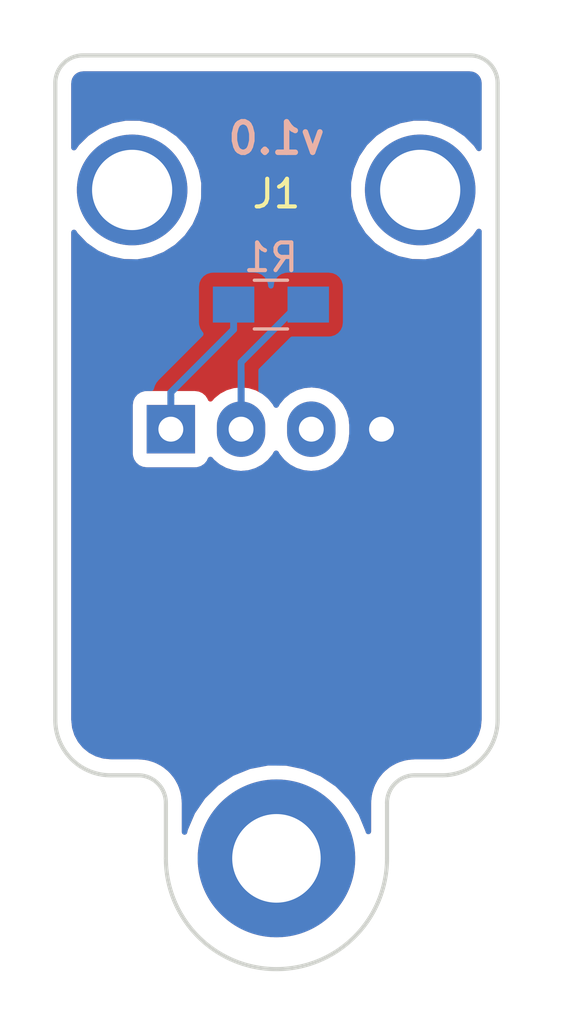
<source format=kicad_pcb>
(kicad_pcb (version 4) (host pcbnew 4.0.7)

  (general
    (links 2)
    (no_connects 0)
    (area 143.924999 107.924999 160.075001 141.075001)
    (thickness 1.6)
    (drawings 15)
    (tracks 10)
    (zones 0)
    (modules 5)
    (nets 5)
  )

  (page A4)
  (layers
    (0 F.Cu signal)
    (31 B.Cu signal)
    (32 B.Adhes user)
    (33 F.Adhes user)
    (34 B.Paste user)
    (35 F.Paste user)
    (36 B.SilkS user)
    (37 F.SilkS user)
    (38 B.Mask user)
    (39 F.Mask user)
    (40 Dwgs.User user)
    (41 Cmts.User user)
    (42 Eco1.User user)
    (43 Eco2.User user)
    (44 Edge.Cuts user)
    (45 Margin user)
    (46 B.CrtYd user)
    (47 F.CrtYd user)
    (48 B.Fab user)
    (49 F.Fab user)
  )

  (setup
    (last_trace_width 0.25)
    (trace_clearance 0.2)
    (zone_clearance 0.5)
    (zone_45_only no)
    (trace_min 0.2)
    (segment_width 0.2)
    (edge_width 0.15)
    (via_size 0.6)
    (via_drill 0.4)
    (via_min_size 0.4)
    (via_min_drill 0.3)
    (uvia_size 0.3)
    (uvia_drill 0.1)
    (uvias_allowed no)
    (uvia_min_size 0.2)
    (uvia_min_drill 0.1)
    (pcb_text_width 0.3)
    (pcb_text_size 1.5 1.5)
    (mod_edge_width 0.15)
    (mod_text_size 1 1)
    (mod_text_width 0.15)
    (pad_size 1.524 1.524)
    (pad_drill 0.762)
    (pad_to_mask_clearance 0.2)
    (aux_axis_origin 0 0)
    (visible_elements 7FFFFFFF)
    (pcbplotparams
      (layerselection 0x00030_80000001)
      (usegerberextensions false)
      (excludeedgelayer true)
      (linewidth 0.100000)
      (plotframeref false)
      (viasonmask false)
      (mode 1)
      (useauxorigin false)
      (hpglpennumber 1)
      (hpglpenspeed 20)
      (hpglpendiameter 15)
      (hpglpenoverlay 2)
      (psnegative false)
      (psa4output false)
      (plotreference true)
      (plotvalue true)
      (plotinvisibletext false)
      (padsonsilk false)
      (subtractmaskfromsilk false)
      (outputformat 1)
      (mirror false)
      (drillshape 1)
      (scaleselection 1)
      (outputdirectory ""))
  )

  (net 0 "")
  (net 1 "Net-(J1-Pad3)")
  (net 2 CAN+)
  (net 3 CAN-)
  (net 4 GND)

  (net_class Default "This is the default net class."
    (clearance 0.2)
    (trace_width 0.25)
    (via_dia 0.6)
    (via_drill 0.4)
    (uvia_dia 0.3)
    (uvia_drill 0.1)
    (add_net CAN+)
    (add_net CAN-)
    (add_net GND)
    (add_net "Net-(J1-Pad3)")
  )

  (module Resistors_SMD:R_0805_HandSoldering (layer B.Cu) (tedit 58E0A804) (tstamp 5C1155CA)
    (at 151.8 117 180)
    (descr "Resistor SMD 0805, hand soldering")
    (tags "resistor 0805")
    (path /5C1155D1)
    (attr smd)
    (fp_text reference R1 (at 0 1.7 180) (layer B.SilkS)
      (effects (font (size 1 1) (thickness 0.15)) (justify mirror))
    )
    (fp_text value 120 (at 0 -1.75 180) (layer B.Fab)
      (effects (font (size 1 1) (thickness 0.15)) (justify mirror))
    )
    (fp_text user %R (at 0 0 180) (layer B.Fab)
      (effects (font (size 0.5 0.5) (thickness 0.075)) (justify mirror))
    )
    (fp_line (start -1 -0.62) (end -1 0.62) (layer B.Fab) (width 0.1))
    (fp_line (start 1 -0.62) (end -1 -0.62) (layer B.Fab) (width 0.1))
    (fp_line (start 1 0.62) (end 1 -0.62) (layer B.Fab) (width 0.1))
    (fp_line (start -1 0.62) (end 1 0.62) (layer B.Fab) (width 0.1))
    (fp_line (start 0.6 -0.88) (end -0.6 -0.88) (layer B.SilkS) (width 0.12))
    (fp_line (start -0.6 0.88) (end 0.6 0.88) (layer B.SilkS) (width 0.12))
    (fp_line (start -2.35 0.9) (end 2.35 0.9) (layer B.CrtYd) (width 0.05))
    (fp_line (start -2.35 0.9) (end -2.35 -0.9) (layer B.CrtYd) (width 0.05))
    (fp_line (start 2.35 -0.9) (end 2.35 0.9) (layer B.CrtYd) (width 0.05))
    (fp_line (start 2.35 -0.9) (end -2.35 -0.9) (layer B.CrtYd) (width 0.05))
    (pad 1 smd rect (at -1.35 0 180) (size 1.5 1.3) (layers B.Cu B.Paste B.Mask)
      (net 2 CAN+))
    (pad 2 smd rect (at 1.35 0 180) (size 1.5 1.3) (layers B.Cu B.Paste B.Mask)
      (net 3 CAN-))
    (model ${KISYS3DMOD}/Resistors_SMD.3dshapes/R_0805.wrl
      (at (xyz 0 0 0))
      (scale (xyz 1 1 1))
      (rotate (xyz 0 0 0))
    )
  )

  (module BusTerminator:Logo_Wolley_Interconnect_SolderMask (layer F.Cu) (tedit 0) (tstamp 5C115B2E)
    (at 152 128)
    (fp_text reference G*** (at 0 0) (layer F.SilkS) hide
      (effects (font (thickness 0.3)))
    )
    (fp_text value LOGO (at 0.75 0) (layer F.SilkS) hide
      (effects (font (thickness 0.3)))
    )
    (fp_poly (pts (xy 0.807692 -2.702586) (xy 1.239109 -2.453424) (xy 1.242541 -2.085182) (xy 1.245973 -1.716939)
      (xy 1.5607 -1.898978) (xy 1.64034 -1.944834) (xy 1.709115 -1.983994) (xy 1.766892 -2.016382)
      (xy 1.813535 -2.041927) (xy 1.848909 -2.060554) (xy 1.872879 -2.07219) (xy 1.885311 -2.076762)
      (xy 1.886781 -2.076741) (xy 1.894475 -2.072674) (xy 1.913076 -2.06229) (xy 1.941611 -2.046146)
      (xy 1.979101 -2.0248) (xy 2.024572 -1.998811) (xy 2.077048 -1.968738) (xy 2.135553 -1.935138)
      (xy 2.199112 -1.898569) (xy 2.266749 -1.859591) (xy 2.322041 -1.827682) (xy 2.745946 -1.582901)
      (xy 2.745719 -1.081491) (xy 2.745493 -0.580081) (xy 2.429936 -0.398403) (xy 2.369884 -0.36376)
      (xy 2.313581 -0.331145) (xy 2.262122 -0.301202) (xy 2.216601 -0.274574) (xy 2.178113 -0.251906)
      (xy 2.147753 -0.233839) (xy 2.126615 -0.221017) (xy 2.115793 -0.214084) (xy 2.11458 -0.213052)
      (xy 2.120393 -0.209028) (xy 2.137021 -0.198821) (xy 2.163368 -0.183073) (xy 2.198337 -0.162427)
      (xy 2.240833 -0.137529) (xy 2.289758 -0.10902) (xy 2.344018 -0.077544) (xy 2.402514 -0.043745)
      (xy 2.430364 -0.027698) (xy 2.745946 0.153981) (xy 2.745749 0.655356) (xy 2.745551 1.15673)
      (xy 2.469438 1.315653) (xy 2.436224 1.334784) (xy 2.391832 1.360374) (xy 2.336971 1.392013)
      (xy 2.272353 1.429292) (xy 2.198686 1.471801) (xy 2.11668 1.51913) (xy 2.027045 1.57087)
      (xy 1.930492 1.62661) (xy 1.827729 1.685941) (xy 1.719466 1.748452) (xy 1.606414 1.813735)
      (xy 1.489283 1.881379) (xy 1.368781 1.950974) (xy 1.245619 2.022111) (xy 1.120507 2.09438)
      (xy 0.994155 2.167371) (xy 0.913701 2.21385) (xy 0.791156 2.284637) (xy 0.671733 2.353602)
      (xy 0.555977 2.420429) (xy 0.444436 2.484804) (xy 0.337655 2.546412) (xy 0.236182 2.604938)
      (xy 0.140563 2.660067) (xy 0.051345 2.711484) (xy -0.030927 2.758875) (xy -0.105705 2.801925)
      (xy -0.172443 2.840319) (xy -0.230595 2.873742) (xy -0.279613 2.901879) (xy -0.318952 2.924416)
      (xy -0.348064 2.941037) (xy -0.366404 2.951429) (xy -0.373425 2.955276) (xy -0.373461 2.955288)
      (xy -0.381649 2.952694) (xy -0.399434 2.944132) (xy -0.424664 2.930731) (xy -0.455185 2.913622)
      (xy -0.477108 2.900892) (xy -0.502894 2.885789) (xy -0.538902 2.864808) (xy -0.583453 2.838921)
      (xy -0.634869 2.809101) (xy -0.691474 2.776319) (xy -0.751589 2.741548) (xy -0.813537 2.70576)
      (xy -0.868405 2.6741) (xy -0.928048 2.639687) (xy -0.985264 2.606643) (xy -1.03871 2.575743)
      (xy -1.087046 2.547765) (xy -1.128932 2.523485) (xy -1.163027 2.50368) (xy -1.18799 2.489126)
      (xy -1.20248 2.4806) (xy -1.203008 2.480285) (xy -1.242421 2.4567) (xy -1.244197 2.090599)
      (xy -1.244531 2.021545) (xy -1.016 2.021545) (xy -1.016 2.320008) (xy -0.997709 2.33218)
      (xy -0.983777 2.340939) (xy -0.960474 2.355001) (xy -0.92932 2.373489) (xy -0.891832 2.395527)
      (xy -0.84953 2.420239) (xy -0.803933 2.446749) (xy -0.756559 2.47418) (xy -0.708928 2.501656)
      (xy -0.662557 2.528301) (xy -0.618966 2.55324) (xy -0.579675 2.575595) (xy -0.546201 2.59449)
      (xy -0.520063 2.60905) (xy -0.502781 2.618397) (xy -0.495914 2.621656) (xy -0.493773 2.619251)
      (xy -0.492034 2.61097) (xy -0.490674 2.595801) (xy -0.48967 2.572733) (xy -0.488998 2.540755)
      (xy -0.488635 2.498857) (xy -0.488573 2.456315) (xy -0.259792 2.456315) (xy -0.259749 2.505225)
      (xy -0.259448 2.543761) (xy -0.258858 2.573044) (xy -0.257948 2.594191) (xy -0.256688 2.608321)
      (xy -0.255049 2.616552) (xy -0.252998 2.620004) (xy -0.25117 2.620128) (xy -0.243522 2.616064)
      (xy -0.225115 2.605756) (xy -0.197066 2.589843) (xy -0.160497 2.568967) (xy -0.116524 2.543769)
      (xy -0.066268 2.514888) (xy -0.010847 2.482966) (xy 0.04862 2.448643) (xy 0.083564 2.428444)
      (xy 0.125239 2.404346) (xy 0.177935 2.373883) (xy 0.240783 2.337558) (xy 0.312913 2.295873)
      (xy 0.393459 2.249329) (xy 0.48155 2.198429) (xy 0.576318 2.143674) (xy 0.676894 2.085567)
      (xy 0.782409 2.024608) (xy 0.891995 1.961301) (xy 1.004783 1.896147) (xy 1.119904 1.829648)
      (xy 1.236489 1.762306) (xy 1.35367 1.694623) (xy 1.463933 1.630938) (xy 2.519406 1.02134)
      (xy 2.519406 0.723481) (xy 2.519327 0.648788) (xy 2.519071 0.586832) (xy 2.518609 0.536622)
      (xy 2.517912 0.497165) (xy 2.516953 0.467471) (xy 2.515702 0.446547) (xy 2.514131 0.433402)
      (xy 2.51221 0.427044) (xy 2.510825 0.426077) (xy 2.504171 0.429508) (xy 2.486161 0.439514)
      (xy 2.45732 0.455793) (xy 2.418176 0.478043) (xy 2.369255 0.505961) (xy 2.311082 0.539244)
      (xy 2.244184 0.57759) (xy 2.169087 0.620696) (xy 2.086319 0.66826) (xy 1.996404 0.719978)
      (xy 1.899869 0.77555) (xy 1.797241 0.834672) (xy 1.689045 0.897041) (xy 1.575809 0.962355)
      (xy 1.458058 1.030311) (xy 1.336319 1.100608) (xy 1.211117 1.172942) (xy 1.122406 1.224217)
      (xy -0.257432 2.021902) (xy -0.259221 2.322903) (xy -0.259605 2.395914) (xy -0.259792 2.456315)
      (xy -0.488573 2.456315) (xy -0.488558 2.446026) (xy -0.488744 2.381251) (xy -0.489049 2.323019)
      (xy -0.490837 2.023659) (xy -0.75079 1.87337) (xy -0.805189 1.841954) (xy -0.855844 1.812764)
      (xy -0.901537 1.786499) (xy -0.94105 1.763855) (xy -0.973164 1.745531) (xy -0.99666 1.732222)
      (xy -1.010322 1.724627) (xy -1.013371 1.723081) (xy -1.013922 1.729714) (xy -1.014433 1.748682)
      (xy -1.014893 1.778593) (xy -1.01529 1.818051) (xy -1.01561 1.865664) (xy -1.015842 1.920037)
      (xy -1.015974 1.979777) (xy -1.016 2.021545) (xy -1.244531 2.021545) (xy -1.245973 1.724497)
      (xy -1.554891 1.903541) (xy -1.614692 1.938057) (xy -1.671199 1.970397) (xy -1.72325 1.999913)
      (xy -1.769679 2.025959) (xy -1.809322 2.047885) (xy -1.841014 2.065046) (xy -1.86359 2.076793)
      (xy -1.875886 2.08248) (xy -1.87754 2.082918) (xy -1.885616 2.079611) (xy -1.904581 2.069943)
      (xy -1.933459 2.054459) (xy -1.971273 2.033706) (xy -2.017048 2.008229) (xy -2.069806 1.978574)
      (xy -2.128572 1.945287) (xy -2.192368 1.908913) (xy -2.260219 1.869999) (xy -2.318608 1.83634)
      (xy -2.745945 1.589429) (xy -2.74564 1.088188) (xy -2.745577 0.984553) (xy -2.518475 0.984553)
      (xy -2.518386 1.034508) (xy -2.518108 1.096044) (xy -2.517761 1.156866) (xy -2.515973 1.457149)
      (xy -2.25854 1.606659) (xy -2.204338 1.638085) (xy -2.153782 1.667295) (xy -2.108111 1.69358)
      (xy -2.068563 1.716234) (xy -2.036374 1.734548) (xy -2.012783 1.747815) (xy -1.999027 1.755327)
      (xy -1.995959 1.756787) (xy -1.99488 1.750288) (xy -1.993878 1.731449) (xy -1.992977 1.701662)
      (xy -1.9922 1.662318) (xy -1.991573 1.614806) (xy -1.991118 1.560519) (xy -1.990861 1.500847)
      (xy -1.99081 1.459252) (xy -1.99081 1.161097) (xy -1.999026 1.155341) (xy -1.76427 1.155341)
      (xy -1.76427 1.456615) (xy -1.764245 1.528793) (xy -1.76414 1.588404) (xy -1.763906 1.63661)
      (xy -1.763496 1.674574) (xy -1.762864 1.703457) (xy -1.761961 1.724423) (xy -1.76074 1.738633)
      (xy -1.759155 1.747251) (xy -1.757157 1.751438) (xy -1.754698 1.752356) (xy -1.752254 1.751458)
      (xy -1.743925 1.746743) (xy -1.725003 1.735879) (xy -1.696773 1.719609) (xy -1.660518 1.698674)
      (xy -1.617522 1.673816) (xy -1.569068 1.645775) (xy -1.51644 1.615295) (xy -1.482808 1.595804)
      (xy -1.451732 1.577803) (xy -1.409402 1.553304) (xy -1.358745 1.524) (xy -0.892119 1.524)
      (xy -0.886375 1.528514) (xy -0.87011 1.53884) (xy -0.844807 1.554136) (xy -0.81195 1.573559)
      (xy -0.773025 1.596265) (xy -0.729516 1.621409) (xy -0.682907 1.64815) (xy -0.634683 1.675643)
      (xy -0.586328 1.703044) (xy -0.539326 1.729511) (xy -0.495162 1.754199) (xy -0.455321 1.776266)
      (xy -0.421287 1.794867) (xy -0.394544 1.809159) (xy -0.376576 1.818299) (xy -0.368869 1.821442)
      (xy -0.368739 1.821409) (xy -0.362294 1.817662) (xy -0.344487 1.807353) (xy -0.315842 1.790784)
      (xy -0.276887 1.768261) (xy -0.228146 1.740085) (xy -0.170147 1.706563) (xy -0.103415 1.667997)
      (xy -0.028476 1.624691) (xy 0.054144 1.57695) (xy 0.143918 1.525077) (xy 0.240322 1.469377)
      (xy 0.342828 1.410153) (xy 0.450911 1.347709) (xy 0.564045 1.282349) (xy 0.681703 1.214378)
      (xy 0.803361 1.144098) (xy 0.928491 1.071815) (xy 1.014982 1.021853) (xy 1.142115 0.948398)
      (xy 1.266094 0.876731) (xy 1.386397 0.807156) (xy 1.502497 0.739978) (xy 1.613873 0.6755)
      (xy 1.720001 0.614027) (xy 1.820355 0.555863) (xy 1.914413 0.501311) (xy 2.001651 0.450677)
      (xy 2.081544 0.404264) (xy 2.153569 0.362376) (xy 2.217203 0.325317) (xy 2.271921 0.293393)
      (xy 2.317199 0.266906) (xy 2.352514 0.24616) (xy 2.377341 0.231461) (xy 2.391158 0.223112)
      (xy 2.393996 0.221216) (xy 2.388584 0.216851) (xy 2.372462 0.206397) (xy 2.346842 0.190582)
      (xy 2.312934 0.170131) (xy 2.271948 0.145771) (xy 2.225095 0.118229) (xy 2.173585 0.08823)
      (xy 2.140899 0.069326) (xy 2.078069 0.033165) (xy 2.025998 0.003414) (xy 1.983614 -0.020482)
      (xy 1.949845 -0.03908) (xy 1.923619 -0.052937) (xy 1.903865 -0.062609) (xy 1.889509 -0.068652)
      (xy 1.879481 -0.071623) (xy 1.872709 -0.072079) (xy 1.869832 -0.071403) (xy 1.862272 -0.06738)
      (xy 1.843547 -0.056888) (xy 1.814295 -0.040296) (xy 1.775153 -0.017973) (xy 1.726759 0.009714)
      (xy 1.669751 0.042396) (xy 1.604766 0.079704) (xy 1.532441 0.121271) (xy 1.453414 0.166729)
      (xy 1.368323 0.215708) (xy 1.277805 0.267841) (xy 1.182497 0.322759) (xy 1.083038 0.380095)
      (xy 0.980064 0.43948) (xy 0.874214 0.500545) (xy 0.766125 0.562923) (xy 0.656433 0.626245)
      (xy 0.545778 0.690143) (xy 0.434796 0.754249) (xy 0.324125 0.818194) (xy 0.214402 0.88161)
      (xy 0.106266 0.944129) (xy 0.000353 1.005382) (xy -0.102699 1.065002) (xy -0.202253 1.12262)
      (xy -0.29767 1.177868) (xy -0.388313 1.230377) (xy -0.473546 1.27978) (xy -0.552729 1.325707)
      (xy -0.625227 1.367792) (xy -0.6904 1.405664) (xy -0.747613 1.438957) (xy -0.796226 1.467302)
      (xy -0.835603 1.490331) (xy -0.865106 1.507675) (xy -0.884098 1.518966) (xy -0.89194 1.523836)
      (xy -0.892119 1.524) (xy -1.358745 1.524) (xy -1.356454 1.522675) (xy -1.293525 1.486281)
      (xy -1.221249 1.444492) (xy -1.140264 1.397675) (xy -1.051205 1.346196) (xy -0.954708 1.290423)
      (xy -0.851409 1.230723) (xy -0.741944 1.167465) (xy -0.62695 1.101015) (xy -0.507061 1.031741)
      (xy -0.382915 0.96001) (xy -0.255147 0.88619) (xy -0.124394 0.810647) (xy 0.00871 0.73375)
      (xy 0.143527 0.655866) (xy 0.279423 0.577362) (xy 0.41576 0.498605) (xy 0.551903 0.419964)
      (xy 0.687215 0.341805) (xy 0.821062 0.264495) (xy 0.952806 0.188403) (xy 1.081812 0.113895)
      (xy 1.207444 0.041339) (xy 1.329066 -0.028897) (xy 1.446041 -0.096447) (xy 1.557734 -0.160942)
      (xy 1.663509 -0.222016) (xy 1.76273 -0.279301) (xy 1.854761 -0.33243) (xy 1.938965 -0.381034)
      (xy 2.014707 -0.424748) (xy 2.081351 -0.463203) (xy 2.138261 -0.496032) (xy 2.1848 -0.522868)
      (xy 2.191609 -0.526793) (xy 2.519406 -0.71573) (xy 2.519406 -1.01346) (xy 2.519247 -1.095172)
      (xy 2.518771 -1.164052) (xy 2.517984 -1.219942) (xy 2.516888 -1.262685) (xy 2.515486 -1.292122)
      (xy 2.513784 -1.308096) (xy 2.512472 -1.311189) (xy 2.506079 -1.307794) (xy 2.488222 -1.29777)
      (xy 2.459321 -1.28136) (xy 2.419799 -1.258807) (xy 2.370076 -1.230354) (xy 2.310576 -1.196243)
      (xy 2.241718 -1.156718) (xy 2.163926 -1.112021) (xy 2.07762 -1.062395) (xy 1.983223 -1.008082)
      (xy 1.881155 -0.949325) (xy 1.77184 -0.886368) (xy 1.655697 -0.819453) (xy 1.533149 -0.748822)
      (xy 1.404618 -0.674719) (xy 1.270524 -0.597387) (xy 1.131291 -0.517067) (xy 0.987339 -0.434003)
      (xy 0.83909 -0.348438) (xy 0.686965 -0.260614) (xy 0.531388 -0.170775) (xy 0.372778 -0.079162)
      (xy 0.370634 -0.077924) (xy -1.76427 1.155341) (xy -1.999026 1.155341) (xy -2.009689 1.147871)
      (xy -2.020209 1.141233) (xy -2.040775 1.128892) (xy -2.069817 1.111752) (xy -2.105763 1.090719)
      (xy -2.147042 1.066696) (xy -2.192085 1.040589) (xy -2.239319 1.013302) (xy -2.287175 0.985741)
      (xy -2.334081 0.958809) (xy -2.378467 0.933412) (xy -2.418761 0.910454) (xy -2.453394 0.89084)
      (xy -2.480795 0.875475) (xy -2.499392 0.865263) (xy -2.507464 0.861164) (xy -2.510361 0.860673)
      (xy -2.512742 0.862384) (xy -2.514648 0.86747) (xy -2.516119 0.877103) (xy -2.517196 0.892455)
      (xy -2.517921 0.914699) (xy -2.518334 0.945007) (xy -2.518475 0.984553) (xy -2.745577 0.984553)
      (xy -2.745375 0.652181) (xy -2.388006 0.652181) (xy -2.383044 0.657859) (xy -2.372061 0.666492)
      (xy -2.354191 0.678631) (xy -2.328568 0.694825) (xy -2.294325 0.715622) (xy -2.250596 0.741574)
      (xy -2.196514 0.773228) (xy -2.140679 0.805655) (xy -2.086496 0.836901) (xy -2.035852 0.865835)
      (xy -1.990003 0.891759) (xy -1.950207 0.913975) (xy -1.91772 0.931784) (xy -1.8938 0.944487)
      (xy -1.879703 0.951387) (xy -1.876456 0.952447) (xy -1.869987 0.948927) (xy -1.852053 0.93878)
      (xy -1.823077 0.922249) (xy -1.78348 0.899576) (xy -1.733686 0.871006) (xy -1.674116 0.836782)
      (xy -1.605192 0.797147) (xy -1.527337 0.752344) (xy -1.440972 0.702617) (xy -1.346521 0.648209)
      (xy -1.244405 0.589363) (xy -1.135046 0.526323) (xy -1.018867 0.459333) (xy -0.896289 0.388634)
      (xy -0.767735 0.314472) (xy -0.633628 0.237088) (xy -0.494389 0.156727) (xy -0.350441 0.073632)
      (xy -0.202205 -0.011954) (xy -0.050104 -0.099787) (xy 0.105439 -0.189625) (xy 0.263665 -0.281029)
      (xy 0.42216 -0.372606) (xy 0.577591 -0.462435) (xy 0.729539 -0.550271) (xy 0.877584 -0.635872)
      (xy 1.021304 -0.718994) (xy 1.16028 -0.799392) (xy 1.294092 -0.876825) (xy 1.422319 -0.951047)
      (xy 1.54454 -1.021816) (xy 1.660337 -1.088887) (xy 1.769288 -1.152018) (xy 1.870973 -1.210964)
      (xy 1.964972 -1.265483) (xy 2.050864 -1.31533) (xy 2.12823 -1.360262) (xy 2.196649 -1.400035)
      (xy 2.2557 -1.434406) (xy 2.304964 -1.463131) (xy 2.34402 -1.485967) (xy 2.372449 -1.50267)
      (xy 2.389828 -1.512997) (xy 2.39574 -1.516703) (xy 2.39574 -1.516704) (xy 2.389981 -1.521003)
      (xy 2.373748 -1.531193) (xy 2.348526 -1.54642) (xy 2.315801 -1.565831) (xy 2.277056 -1.588572)
      (xy 2.233778 -1.613788) (xy 2.18745 -1.640626) (xy 2.139557 -1.668231) (xy 2.091586 -1.695751)
      (xy 2.045019 -1.72233) (xy 2.001343 -1.747115) (xy 1.962042 -1.769253) (xy 1.928601 -1.787889)
      (xy 1.902505 -1.802169) (xy 1.885239 -1.811239) (xy 1.878337 -1.814252) (xy 1.871106 -1.81083)
      (xy 1.85313 -1.801128) (xy 1.825528 -1.785779) (xy 1.789415 -1.765418) (xy 1.74591 -1.740678)
      (xy 1.69613 -1.712194) (xy 1.641191 -1.6806) (xy 1.582211 -1.64653) (xy 1.55146 -1.628711)
      (xy 1.515466 -1.607843) (xy 1.469594 -1.58127) (xy 1.414424 -1.549327) (xy 1.350533 -1.512347)
      (xy 1.278501 -1.470665) (xy 1.198907 -1.424617) (xy 1.11233 -1.374536) (xy 1.019348 -1.320757)
      (xy 0.92054 -1.263615) (xy 0.816486 -1.203443) (xy 0.707764 -1.140578) (xy 0.594953 -1.075353)
      (xy 0.478631 -1.008103) (xy 0.359379 -0.939162) (xy 0.237774 -0.868865) (xy 0.114396 -0.797547)
      (xy -0.010176 -0.725542) (xy -0.135365 -0.653184) (xy -0.26059 -0.580809) (xy -0.385273 -0.508751)
      (xy -0.508835 -0.437344) (xy -0.630696 -0.366923) (xy -0.75028 -0.297822) (xy -0.867005 -0.230376)
      (xy -0.980294 -0.16492) (xy -1.089567 -0.101788) (xy -1.194247 -0.041315) (xy -1.293752 0.016165)
      (xy -1.387506 0.070317) (xy -1.474929 0.120806) (xy -1.555442 0.167299) (xy -1.628466 0.20946)
      (xy -1.693422 0.246955) (xy -1.749732 0.279449) (xy -1.796817 0.306608) (xy -1.834097 0.328098)
      (xy -1.860994 0.343583) (xy -1.876929 0.352729) (xy -1.880973 0.355027) (xy -1.908902 0.370728)
      (xy -1.944054 0.390694) (xy -1.98494 0.414061) (xy -2.030074 0.439968) (xy -2.07797 0.467553)
      (xy -2.127139 0.495953) (xy -2.176095 0.524307) (xy -2.223352 0.551751) (xy -2.267422 0.577424)
      (xy -2.306818 0.600464) (xy -2.340053 0.620008) (xy -2.36564 0.635195) (xy -2.382093 0.645161)
      (xy -2.387814 0.64891) (xy -2.388006 0.652181) (xy -2.745375 0.652181) (xy -2.745335 0.586946)
      (xy -2.429857 0.405491) (xy -2.369799 0.370875) (xy -2.313488 0.33828) (xy -2.262019 0.308348)
      (xy -2.216489 0.281723) (xy -2.177992 0.25905) (xy -2.147624 0.240973) (xy -2.126483 0.228136)
      (xy -2.115662 0.221182) (xy -2.114452 0.22014) (xy -2.12012 0.215565) (xy -2.135696 0.205525)
      (xy -2.159125 0.191281) (xy -2.188347 0.174099) (xy -2.205411 0.164272) (xy -2.233 0.148459)
      (xy -2.270382 0.126976) (xy -2.315465 0.10103) (xy -2.366158 0.071825) (xy -2.420369 0.040567)
      (xy -2.476006 0.008459) (xy -2.521121 -0.017597) (xy -2.745945 -0.147495) (xy -2.745657 -0.64868)
      (xy -2.745639 -0.68168) (xy -2.518018 -0.68168) (xy -2.517956 -0.621898) (xy -2.517761 -0.579335)
      (xy -2.515973 -0.279967) (xy -2.25854 -0.130757) (xy -2.204358 -0.099481) (xy -2.153819 -0.070556)
      (xy -2.108161 -0.044671) (xy -2.068618 -0.022516) (xy -2.036428 -0.00478) (xy -2.012827 0.007847)
      (xy -1.99905 0.014677) (xy -1.995959 0.015686) (xy -1.994871 0.008457) (xy -1.993862 -0.011079)
      (xy -1.992955 -0.0415) (xy -1.992177 -0.081385) (xy -1.99155 -0.12931) (xy -1.9911 -0.183854)
      (xy -1.990852 -0.243594) (xy -1.99081 -0.281024) (xy -1.990865 -0.353502) (xy -1.991057 -0.41344)
      (xy -1.991425 -0.462028) (xy -1.99201 -0.500455) (xy -1.992851 -0.529911) (xy -1.993991 -0.551585)
      (xy -1.995467 -0.566667) (xy -1.997321 -0.576346) (xy -1.999548 -0.581704) (xy -1.76427 -0.581704)
      (xy -1.76427 0.020039) (xy -1.628689 -0.05823) (xy -1.609425 -0.069354) (xy -1.578903 -0.086981)
      (xy -1.537752 -0.110748) (xy -1.486603 -0.140292) (xy -1.426086 -0.175247) (xy -1.356831 -0.215251)
      (xy -1.279468 -0.259939) (xy -1.194627 -0.308947) (xy -1.102939 -0.361911) (xy -1.005032 -0.418468)
      (xy -0.901538 -0.478253) (xy -0.793087 -0.540902) (xy -0.680308 -0.606051) (xy -0.563831 -0.673337)
      (xy -0.444288 -0.742396) (xy -0.322307 -0.812863) (xy -0.24027 -0.860255) (xy 1.012568 -1.58401)
      (xy 1.014356 -1.883518) (xy 1.014638 -1.946152) (xy 1.014722 -2.004344) (xy 1.014619 -2.056702)
      (xy 1.014341 -2.101836) (xy 1.013897 -2.138353) (xy 1.0133 -2.164862) (xy 1.01256 -2.179972)
      (xy 1.011985 -2.183027) (xy 1.005742 -2.179641) (xy 0.988135 -2.169686) (xy 0.959688 -2.153463)
      (xy 0.920924 -2.131272) (xy 0.872365 -2.103415) (xy 0.814535 -2.070194) (xy 0.747958 -2.03191)
      (xy 0.673155 -1.988863) (xy 0.590651 -1.941356) (xy 0.500968 -1.889689) (xy 0.404631 -1.834164)
      (xy 0.30216 -1.775083) (xy 0.194081 -1.712745) (xy 0.080916 -1.647454) (xy -0.036812 -1.579509)
      (xy -0.15858 -1.509213) (xy -0.283864 -1.436866) (xy -0.378222 -1.382365) (xy -1.76427 -0.581704)
      (xy -1.999548 -0.581704) (xy -1.999593 -0.581812) (xy -2.001024 -0.583444) (xy -2.009535 -0.589044)
      (xy -2.028191 -0.600391) (xy -2.055489 -0.61662) (xy -2.089927 -0.636866) (xy -2.130003 -0.660264)
      (xy -2.174217 -0.685948) (xy -2.221064 -0.713055) (xy -2.269044 -0.740718) (xy -2.316655 -0.768073)
      (xy -2.362394 -0.794254) (xy -2.404759 -0.818398) (xy -2.442249 -0.839638) (xy -2.473362 -0.85711)
      (xy -2.496595 -0.869949) (xy -2.510447 -0.877289) (xy -2.513705 -0.878702) (xy -2.514888 -0.87207)
      (xy -2.51591 -0.8531) (xy -2.516753 -0.823184) (xy -2.517398 -0.783715) (xy -2.517826 -0.736082)
      (xy -2.518018 -0.68168) (xy -2.745639 -0.68168) (xy -2.745409 -1.0819) (xy -2.39066 -1.0819)
      (xy -2.384868 -1.077543) (xy -2.368658 -1.067215) (xy -2.343514 -1.051787) (xy -2.310923 -1.032129)
      (xy -2.272369 -1.00911) (xy -2.22934 -0.9836) (xy -2.183319 -0.956469) (xy -2.135793 -0.928587)
      (xy -2.088248 -0.900823) (xy -2.04217 -0.874048) (xy -1.999043 -0.849131) (xy -1.960353 -0.826943)
      (xy -1.927587 -0.808352) (xy -1.902229 -0.794229) (xy -1.885766 -0.785443) (xy -1.879834 -0.782819)
      (xy -1.873552 -0.786184) (xy -1.855909 -0.796119) (xy -1.827427 -0.812322) (xy -1.788631 -0.834493)
      (xy -1.740045 -0.862329) (xy -1.682193 -0.895529) (xy -1.6156 -0.933791) (xy -1.540789 -0.976813)
      (xy -1.458283 -1.024294) (xy -1.368609 -1.075932) (xy -1.272288 -1.131426) (xy -1.169846 -1.190473)
      (xy -1.061806 -1.252772) (xy -0.948693 -1.318022) (xy -0.831031 -1.38592) (xy -0.709343 -1.456166)
      (xy -0.584153 -1.528457) (xy -0.493131 -1.581033) (xy -0.365812 -1.654616) (xy -0.24167 -1.726423)
      (xy -0.121228 -1.796151) (xy -0.005007 -1.863496) (xy 0.106471 -1.928154) (xy 0.212685 -1.989821)
      (xy 0.313114 -2.048193) (xy 0.407235 -2.102965) (xy 0.494528 -2.153833) (xy 0.574471 -2.200495)
      (xy 0.646542 -2.242645) (xy 0.710221 -2.279979) (xy 0.764985 -2.312193) (xy 0.810313 -2.338984)
      (xy 0.845683 -2.360048) (xy 0.870575 -2.375079) (xy 0.884466 -2.383775) (xy 0.887364 -2.385939)
      (xy 0.881357 -2.390389) (xy 0.864929 -2.400794) (xy 0.839572 -2.416283) (xy 0.806779 -2.435985)
      (xy 0.768041 -2.459029) (xy 0.72485 -2.484545) (xy 0.678699 -2.511661) (xy 0.631079 -2.539506)
      (xy 0.583483 -2.567211) (xy 0.537402 -2.593904) (xy 0.49433 -2.618714) (xy 0.455757 -2.640771)
      (xy 0.423176 -2.659204) (xy 0.398079 -2.673141) (xy 0.381959 -2.681713) (xy 0.376435 -2.684129)
      (xy 0.369798 -2.680754) (xy 0.35195 -2.670861) (xy 0.323528 -2.65482) (xy 0.285168 -2.633)
      (xy 0.237507 -2.605768) (xy 0.181182 -2.573493) (xy 0.116829 -2.536543) (xy 0.045083 -2.495288)
      (xy -0.033417 -2.450096) (xy -0.118037 -2.401335) (xy -0.208139 -2.349373) (xy -0.303086 -2.29458)
      (xy -0.402244 -2.237324) (xy -0.504974 -2.177972) (xy -0.610642 -2.116895) (xy -0.718609 -2.05446)
      (xy -0.82824 -1.991036) (xy -0.938899 -1.926991) (xy -1.049948 -1.862694) (xy -1.160752 -1.798513)
      (xy -1.270674 -1.734818) (xy -1.379077 -1.671975) (xy -1.485326 -1.610355) (xy -1.588783 -1.550325)
      (xy -1.688813 -1.492254) (xy -1.784778 -1.436511) (xy -1.876043 -1.383464) (xy -1.96197 -1.333481)
      (xy -2.041924 -1.286931) (xy -2.115268 -1.244183) (xy -2.181366 -1.205605) (xy -2.239581 -1.171566)
      (xy -2.289276 -1.142434) (xy -2.329816 -1.118577) (xy -2.360563 -1.100365) (xy -2.380882 -1.088165)
      (xy -2.390136 -1.082346) (xy -2.39066 -1.0819) (xy -2.745409 -1.0819) (xy -2.745369 -1.149864)
      (xy -1.184547 -2.050806) (xy 0.376275 -2.951747) (xy 0.807692 -2.702586)) (layer F.Mask) (width 0.01))
  )

  (module BusTerminator:Conn_AMPMODU_MTE_01x04_THT_Angeled (layer F.Cu) (tedit 5C116679) (tstamp 5C1155C4)
    (at 148.18 112.86)
    (path /5C1153CD)
    (fp_text reference J1 (at 3.82 0.14) (layer F.SilkS)
      (effects (font (size 1 1) (thickness 0.15)))
    )
    (fp_text value "Interconnect Bus" (at 4.6 4.4) (layer F.Fab) hide
      (effects (font (size 1 1) (thickness 0.15)))
    )
    (pad "" thru_hole circle (at 9.02 0) (size 4 4) (drill 2.9) (layers *.Cu *.Mask)
      (zone_connect 0))
    (pad 4 thru_hole oval (at 7.62 8.64) (size 1.75 2) (drill 0.9) (layers *.Cu *.Mask)
      (net 4 GND))
    (pad 3 thru_hole oval (at 5.08 8.64) (size 1.75 2) (drill 0.9) (layers *.Cu *.Mask)
      (net 1 "Net-(J1-Pad3)"))
    (pad 2 thru_hole oval (at 2.54 8.64) (size 1.75 2) (drill 0.9) (layers *.Cu *.Mask)
      (net 2 CAN+))
    (pad 1 thru_hole rect (at 0 8.64) (size 1.75 1.75) (drill 0.9) (layers *.Cu *.Mask)
      (net 3 CAN-))
    (pad "" thru_hole circle (at -1.4 0) (size 4 4) (drill 2.9) (layers *.Cu *.Mask)
      (zone_connect 0))
  )

  (module BusTerminator:Logo_Codile_SolderMask_10mm (layer B.Cu) (tedit 0) (tstamp 5C116AC8)
    (at 152 128 180)
    (fp_text reference G*** (at 0 0 180) (layer B.SilkS) hide
      (effects (font (thickness 0.3)) (justify mirror))
    )
    (fp_text value LOGO (at 0.75 0 180) (layer B.SilkS) hide
      (effects (font (thickness 0.3)) (justify mirror))
    )
    (fp_poly (pts (xy -3.99898 0.830592) (xy -3.934748 0.830517) (xy -3.878305 0.83035) (xy -3.829059 0.830059)
      (xy -3.786418 0.829612) (xy -3.749788 0.828978) (xy -3.718577 0.828126) (xy -3.692192 0.827023)
      (xy -3.670041 0.825638) (xy -3.651531 0.823939) (xy -3.63607 0.821896) (xy -3.623065 0.819475)
      (xy -3.611924 0.816646) (xy -3.602053 0.813377) (xy -3.59286 0.809636) (xy -3.583752 0.805392)
      (xy -3.574138 0.800613) (xy -3.563424 0.795267) (xy -3.56108 0.794119) (xy -3.519223 0.768352)
      (xy -3.483778 0.734929) (xy -3.454615 0.693684) (xy -3.431603 0.644451) (xy -3.423243 0.619724)
      (xy -3.42078 0.611384) (xy -3.418687 0.603301) (xy -3.416929 0.594593) (xy -3.41547 0.584374)
      (xy -3.414274 0.57176) (xy -3.413304 0.555867) (xy -3.412525 0.53581) (xy -3.411899 0.510705)
      (xy -3.411392 0.479667) (xy -3.410967 0.441813) (xy -3.410588 0.396257) (xy -3.410218 0.342115)
      (xy -3.409914 0.29337) (xy -3.408141 0.00508) (xy -3.81508 0.00508) (xy -3.81508 0.47244)
      (xy -4.66852 0.47244) (xy -4.66852 -1.81864) (xy -3.81508 -1.81864) (xy -3.81508 -1.26492)
      (xy -3.408202 -1.26492) (xy -3.41 -1.59639) (xy -3.41037 -1.664853) (xy -3.41073 -1.723986)
      (xy -3.411146 -1.774617) (xy -3.411688 -1.817576) (xy -3.412421 -1.85369) (xy -3.413414 -1.88379)
      (xy -3.414734 -1.908704) (xy -3.416448 -1.929261) (xy -3.418625 -1.94629) (xy -3.421331 -1.960619)
      (xy -3.424635 -1.973079) (xy -3.428604 -1.984498) (xy -3.433305 -1.995705) (xy -3.438806 -2.007528)
      (xy -3.444457 -2.0193) (xy -3.467516 -2.059319) (xy -3.495673 -2.092821) (xy -3.530054 -2.120698)
      (xy -3.571786 -2.143839) (xy -3.621996 -2.163135) (xy -3.629464 -2.165487) (xy -3.635155 -2.167207)
      (xy -3.640815 -2.168739) (xy -3.647037 -2.170095) (xy -3.654419 -2.171286) (xy -3.663554 -2.172324)
      (xy -3.675038 -2.173222) (xy -3.689467 -2.173991) (xy -3.707434 -2.174644) (xy -3.729537 -2.175191)
      (xy -3.756369 -2.175646) (xy -3.788527 -2.17602) (xy -3.826604 -2.176324) (xy -3.871197 -2.176571)
      (xy -3.922901 -2.176773) (xy -3.98231 -2.176941) (xy -4.050021 -2.177088) (xy -4.126628 -2.177225)
      (xy -4.212726 -2.177365) (xy -4.22402 -2.177383) (xy -4.299162 -2.177461) (xy -4.371879 -2.177457)
      (xy -4.441476 -2.177375) (xy -4.507257 -2.177219) (xy -4.568525 -2.176994) (xy -4.624584 -2.176704)
      (xy -4.674739 -2.176352) (xy -4.718292 -2.175945) (xy -4.754549 -2.175484) (xy -4.782812 -2.174976)
      (xy -4.802386 -2.174424) (xy -4.812575 -2.173832) (xy -4.813103 -2.173763) (xy -4.871121 -2.161054)
      (xy -4.921941 -2.1412) (xy -4.965701 -2.11408) (xy -5.002544 -2.079572) (xy -5.032611 -2.037556)
      (xy -5.056042 -1.987911) (xy -5.066377 -1.956529) (xy -5.07746 -1.9177) (xy -5.078924 -0.70104)
      (xy -5.079083 -0.555261) (xy -5.079196 -0.419444) (xy -5.079262 -0.293389) (xy -5.079281 -0.176899)
      (xy -5.079252 -0.069774) (xy -5.079175 0.028184) (xy -5.079048 0.117173) (xy -5.078871 0.197393)
      (xy -5.078644 0.269041) (xy -5.078366 0.332317) (xy -5.078036 0.387419) (xy -5.077654 0.434546)
      (xy -5.077218 0.473895) (xy -5.076729 0.505667) (xy -5.076185 0.530058) (xy -5.075586 0.547269)
      (xy -5.074931 0.557497) (xy -5.074784 0.5588) (xy -5.063044 0.618261) (xy -5.04417 0.670499)
      (xy -5.018109 0.715578) (xy -4.984812 0.753557) (xy -4.944226 0.7845) (xy -4.896302 0.808466)
      (xy -4.85648 0.821639) (xy -4.850853 0.82302) (xy -4.844359 0.824252) (xy -4.836418 0.825343)
      (xy -4.826452 0.826302) (xy -4.813881 0.827137) (xy -4.798127 0.827857) (xy -4.778612 0.82847)
      (xy -4.754755 0.828985) (xy -4.725978 0.829409) (xy -4.691702 0.829752) (xy -4.651348 0.830022)
      (xy -4.604338 0.830227) (xy -4.550092 0.830376) (xy -4.488031 0.830478) (xy -4.417577 0.83054)
      (xy -4.338151 0.830571) (xy -4.249173 0.83058) (xy -4.24434 0.83058) (xy -4.153184 0.830592)
      (xy -4.071595 0.830607) (xy -3.99898 0.830592)) (layer B.Mask) (width 0.01))
    (fp_poly (pts (xy -1.785559 0.830601) (xy -1.719342 0.830539) (xy -1.660973 0.830395) (xy -1.609873 0.830139)
      (xy -1.565467 0.829742) (xy -1.527174 0.829174) (xy -1.494418 0.828408) (xy -1.466621 0.827414)
      (xy -1.443204 0.826163) (xy -1.423589 0.824625) (xy -1.4072 0.822771) (xy -1.393457 0.820574)
      (xy -1.381782 0.818002) (xy -1.371599 0.815028) (xy -1.362329 0.811623) (xy -1.353393 0.807756)
      (xy -1.344215 0.8034) (xy -1.334215 0.798524) (xy -1.326485 0.794819) (xy -1.285747 0.770077)
      (xy -1.250091 0.737198) (xy -1.220394 0.697296) (xy -1.197535 0.651484) (xy -1.186218 0.617045)
      (xy -1.182311 0.598794) (xy -1.178297 0.574227) (xy -1.174758 0.547166) (xy -1.173064 0.53086)
      (xy -1.172439 0.518686) (xy -1.171868 0.496449) (xy -1.171353 0.464246) (xy -1.170893 0.422176)
      (xy -1.17049 0.370334) (xy -1.170142 0.308819) (xy -1.16985 0.237727) (xy -1.169615 0.157156)
      (xy -1.169437 0.067204) (xy -1.169316 -0.032034) (xy -1.169252 -0.140459) (xy -1.169246 -0.257974)
      (xy -1.169298 -0.384483) (xy -1.169408 -0.519887) (xy -1.169576 -0.664089) (xy -1.169649 -0.71628)
      (xy -1.169838 -0.846275) (xy -1.170021 -0.966505) (xy -1.1702 -1.077362) (xy -1.170379 -1.179241)
      (xy -1.170562 -1.272535) (xy -1.170752 -1.357639) (xy -1.170953 -1.434946) (xy -1.171168 -1.504849)
      (xy -1.171401 -1.567744) (xy -1.171655 -1.624023) (xy -1.171934 -1.674081) (xy -1.172242 -1.718311)
      (xy -1.172581 -1.757108) (xy -1.172956 -1.790865) (xy -1.17337 -1.819975) (xy -1.173826 -1.844834)
      (xy -1.174329 -1.865834) (xy -1.174881 -1.88337) (xy -1.175486 -1.897835) (xy -1.176148 -1.909623)
      (xy -1.17687 -1.919129) (xy -1.177655 -1.926745) (xy -1.178508 -1.932866) (xy -1.179432 -1.937886)
      (xy -1.180431 -1.942199) (xy -1.180663 -1.9431) (xy -1.199363 -1.998974) (xy -1.224286 -2.046905)
      (xy -1.255666 -2.0871) (xy -1.293743 -2.119766) (xy -1.338753 -2.145112) (xy -1.390933 -2.163344)
      (xy -1.444358 -2.173862) (xy -1.45513 -2.174631) (xy -1.47522 -2.175334) (xy -1.503814 -2.175972)
      (xy -1.540096 -2.176543) (xy -1.583251 -2.177049) (xy -1.632465 -2.177489) (xy -1.686921 -2.177864)
      (xy -1.745804 -2.178173) (xy -1.8083 -2.178418) (xy -1.873593 -2.178597) (xy -1.940868 -2.178712)
      (xy -2.009309 -2.178762) (xy -2.078102 -2.178747) (xy -2.146432 -2.178668) (xy -2.213482 -2.178525)
      (xy -2.278439 -2.178317) (xy -2.340486 -2.178046) (xy -2.398809 -2.17771) (xy -2.452593 -2.177311)
      (xy -2.501021 -2.176848) (xy -2.54328 -2.176322) (xy -2.578553 -2.175732) (xy -2.606026 -2.175079)
      (xy -2.624883 -2.174363) (xy -2.633783 -2.173669) (xy -2.692095 -2.160994) (xy -2.743345 -2.141018)
      (xy -2.787481 -2.113793) (xy -2.824452 -2.07937) (xy -2.854206 -2.037801) (xy -2.876692 -1.989138)
      (xy -2.891858 -1.933431) (xy -2.895579 -1.911222) (xy -2.89624 -1.902931) (xy -2.896845 -1.887617)
      (xy -2.897395 -1.865088) (xy -2.897891 -1.835151) (xy -2.898333 -1.797613) (xy -2.898722 -1.752281)
      (xy -2.899058 -1.698961) (xy -2.899343 -1.637461) (xy -2.899576 -1.567588) (xy -2.899759 -1.489149)
      (xy -2.899891 -1.401951) (xy -2.899975 -1.305801) (xy -2.900009 -1.200506) (xy -2.899996 -1.085873)
      (xy -2.899934 -0.961708) (xy -2.899826 -0.82782) (xy -2.899672 -0.684015) (xy -2.899624 -0.64516)
      (xy -2.898229 0.47244) (xy -2.4892 0.47244) (xy -2.4892 -1.818694) (xy -1.58242 -1.8161)
      (xy -1.579858 0.47244) (xy -2.4892 0.47244) (xy -2.898229 0.47244) (xy -2.898092 0.58166)
      (xy -2.886326 0.619724) (xy -2.86575 0.672654) (xy -2.839177 0.717475) (xy -2.806436 0.754404)
      (xy -2.767356 0.783656) (xy -2.747559 0.79442) (xy -2.736915 0.799725) (xy -2.727452 0.804487)
      (xy -2.718593 0.808733) (xy -2.709763 0.812494) (xy -2.700386 0.8158) (xy -2.689884 0.818678)
      (xy -2.677684 0.821159) (xy -2.663208 0.823272) (xy -2.64588 0.825046) (xy -2.625125 0.826511)
      (xy -2.600366 0.827695) (xy -2.571028 0.828629) (xy -2.536534 0.829341) (xy -2.496308 0.829861)
      (xy -2.449774 0.830218) (xy -2.396357 0.830442) (xy -2.33548 0.830561) (xy -2.266567 0.830605)
      (xy -2.189043 0.830604) (xy -2.10233 0.830587) (xy -2.03708 0.83058) (xy -1.943851 0.830592)
      (xy -1.860203 0.830609) (xy -1.785559 0.830601)) (layer B.Mask) (width 0.01))
    (fp_poly (pts (xy 1.0668 -2.17932) (xy 0.34925 -2.1787) (xy 0.264126 -2.178596) (xy 0.181452 -2.178435)
      (xy 0.101831 -2.178221) (xy 0.025869 -2.177959) (xy -0.045828 -2.177652) (xy -0.112657 -2.177304)
      (xy -0.174011 -2.17692) (xy -0.229286 -2.176504) (xy -0.277877 -2.176059) (xy -0.319178 -2.175589)
      (xy -0.352584 -2.1751) (xy -0.37749 -2.174594) (xy -0.393292 -2.174076) (xy -0.39878 -2.173685)
      (xy -0.456454 -2.161124) (xy -0.50726 -2.141094) (xy -0.551139 -2.113649) (xy -0.588035 -2.07884)
      (xy -0.617889 -2.036719) (xy -0.640644 -1.987339) (xy -0.653593 -1.9431) (xy -0.654596 -1.938431)
      (xy -0.655525 -1.933222) (xy -0.656383 -1.927084) (xy -0.657172 -1.919629) (xy -0.657895 -1.910468)
      (xy -0.658555 -1.899212) (xy -0.659156 -1.885472) (xy -0.659698 -1.86886) (xy -0.660187 -1.848987)
      (xy -0.660624 -1.825463) (xy -0.661012 -1.797902) (xy -0.661355 -1.765913) (xy -0.661655 -1.729108)
      (xy -0.661914 -1.687098) (xy -0.662136 -1.639494) (xy -0.662324 -1.585909) (xy -0.662481 -1.525952)
      (xy -0.662608 -1.459236) (xy -0.66271 -1.385371) (xy -0.662789 -1.303969) (xy -0.662848 -1.214641)
      (xy -0.66289 -1.116998) (xy -0.662917 -1.010652) (xy -0.662932 -0.895214) (xy -0.662939 -0.770295)
      (xy -0.66294 -0.67056) (xy -0.66295 -0.536186) (xy -0.662971 -0.411584) (xy -0.662992 -0.296369)
      (xy -0.663003 -0.190153) (xy -0.662993 -0.092548) (xy -0.66295 -0.003169) (xy -0.662865 0.078373)
      (xy -0.662726 0.152465) (xy -0.662522 0.219492) (xy -0.662243 0.279843) (xy -0.661877 0.333905)
      (xy -0.661414 0.382064) (xy -0.660843 0.424707) (xy -0.660152 0.462222) (xy -0.659897 0.47244)
      (xy -0.254 0.47244) (xy -0.254 -0.669713) (xy -0.253986 -0.776729) (xy -0.253942 -0.881061)
      (xy -0.253871 -0.982253) (xy -0.253774 -1.079849) (xy -0.253652 -1.173395) (xy -0.253506 -1.262436)
      (xy -0.253339 -1.346514) (xy -0.253151 -1.425176) (xy -0.252943 -1.497966) (xy -0.252718 -1.564428)
      (xy -0.252475 -1.624108) (xy -0.252218 -1.676549) (xy -0.251946 -1.721297) (xy -0.251662 -1.757896)
      (xy -0.251366 -1.78589) (xy -0.251061 -1.804825) (xy -0.250747 -1.814245) (xy -0.250614 -1.815253)
      (xy -0.245145 -1.815754) (xy -0.230244 -1.816233) (xy -0.206642 -1.816684) (xy -0.175065 -1.817102)
      (xy -0.136245 -1.817481) (xy -0.090908 -1.817816) (xy -0.039784 -1.818102) (xy 0.016398 -1.818332)
      (xy 0.076909 -1.818502) (xy 0.14102 -1.818606) (xy 0.204046 -1.81864) (xy 0.65532 -1.81864)
      (xy 0.65532 0.47244) (xy -0.254 0.47244) (xy -0.659897 0.47244) (xy -0.659332 0.494996)
      (xy -0.65837 0.523415) (xy -0.657257 0.547867) (xy -0.655981 0.568738) (xy -0.654532 0.586417)
      (xy -0.652899 0.601289) (xy -0.65107 0.613742) (xy -0.649035 0.624162) (xy -0.646783 0.632938)
      (xy -0.644303 0.640456) (xy -0.641585 0.647102) (xy -0.638616 0.653265) (xy -0.635388 0.659331)
      (xy -0.631887 0.665687) (xy -0.628105 0.67272) (xy -0.625016 0.678794) (xy -0.598215 0.722207)
      (xy -0.563955 0.758791) (xy -0.522171 0.788598) (xy -0.472795 0.811683) (xy -0.452104 0.818681)
      (xy -0.41402 0.830372) (xy 0.12319 0.831901) (xy 0.6604 0.833431) (xy 0.6604 1.847691)
      (xy 0.72517 1.900335) (xy 0.745223 1.916654) (xy 0.771606 1.938152) (xy 0.802782 1.963576)
      (xy 0.837216 1.991673) (xy 0.873372 2.021191) (xy 0.909714 2.050876) (xy 0.92837 2.066121)
      (xy 1.0668 2.179263) (xy 1.0668 -2.17932)) (layer B.Mask) (width 0.01))
    (fp_poly (pts (xy 1.97612 -2.17932) (xy 1.56972 -2.17932) (xy 1.56972 0.83312) (xy 1.97612 0.83312)
      (xy 1.97612 -2.17932)) (layer B.Mask) (width 0.01))
    (fp_poly (pts (xy 2.886969 2.169186) (xy 2.887224 2.154332) (xy 2.887473 2.129974) (xy 2.887717 2.096442)
      (xy 2.887955 2.054065) (xy 2.888186 2.00317) (xy 2.888409 1.944086) (xy 2.888625 1.877143)
      (xy 2.888832 1.802667) (xy 2.88903 1.720989) (xy 2.889218 1.632436) (xy 2.889396 1.537337)
      (xy 2.889563 1.43602) (xy 2.889718 1.328815) (xy 2.889862 1.21605) (xy 2.889993 1.098052)
      (xy 2.890111 0.975152) (xy 2.890215 0.847676) (xy 2.890305 0.715955) (xy 2.89038 0.580316)
      (xy 2.890439 0.441088) (xy 2.890483 0.298599) (xy 2.89051 0.153179) (xy 2.890519 0.005155)
      (xy 2.89052 -0.00254) (xy 2.89052 -2.17932) (xy 2.484107 -2.17932) (xy 2.485383 -0.164237)
      (xy 2.48666 1.850845) (xy 2.68478 2.012512) (xy 2.723559 2.044096) (xy 2.759976 2.073642)
      (xy 2.793271 2.100541) (xy 2.822684 2.124185) (xy 2.847456 2.143965) (xy 2.866826 2.159272)
      (xy 2.880034 2.169498) (xy 2.88632 2.174035) (xy 2.88671 2.174209) (xy 2.886969 2.169186)) (layer B.Mask) (width 0.01))
    (fp_poly (pts (xy 4.863921 0.818867) (xy 4.908557 0.803188) (xy 4.945855 0.78364) (xy 4.97835 0.758764)
      (xy 4.99276 0.744737) (xy 5.023394 0.706701) (xy 5.047551 0.66272) (xy 5.066038 0.611313)
      (xy 5.066319 0.61033) (xy 5.067912 0.604632) (xy 5.069345 0.598984) (xy 5.070628 0.592841)
      (xy 5.07177 0.585656) (xy 5.072781 0.576886) (xy 5.073671 0.565984) (xy 5.07445 0.552405)
      (xy 5.075127 0.535604) (xy 5.075712 0.515035) (xy 5.076215 0.490154) (xy 5.076646 0.460415)
      (xy 5.077014 0.425272) (xy 5.07733 0.384181) (xy 5.077602 0.336595) (xy 5.077842 0.28197)
      (xy 5.078057 0.219761) (xy 5.07826 0.149421) (xy 5.078458 0.070406) (xy 5.078662 -0.01783)
      (xy 5.078818 -0.08763) (xy 5.080291 -0.74676) (xy 3.79476 -0.74676) (xy 3.79476 -1.83388)
      (xy 4.678569 -1.83388) (xy 4.679894 -1.61925) (xy 4.68122 -1.40462) (xy 4.880944 -1.40329)
      (xy 5.080668 -1.401961) (xy 5.078794 -1.65983) (xy 5.078355 -1.717918) (xy 5.077927 -1.766805)
      (xy 5.077468 -1.807446) (xy 5.076937 -1.840801) (xy 5.076291 -1.867826) (xy 5.07549 -1.889481)
      (xy 5.074492 -1.906721) (xy 5.073255 -1.920505) (xy 5.071738 -1.931791) (xy 5.069899 -1.941536)
      (xy 5.067697 -1.950698) (xy 5.065884 -1.957394) (xy 5.04669 -2.010612) (xy 5.020667 -2.056368)
      (xy 4.987593 -2.094883) (xy 4.94725 -2.126375) (xy 4.899416 -2.151064) (xy 4.857209 -2.165614)
      (xy 4.851055 -2.167326) (xy 4.844967 -2.168852) (xy 4.838349 -2.170202) (xy 4.830605 -2.171389)
      (xy 4.82114 -2.172425) (xy 4.809359 -2.173321) (xy 4.794667 -2.174088) (xy 4.776468 -2.174739)
      (xy 4.754166 -2.175286) (xy 4.727167 -2.175739) (xy 4.694876 -2.17611) (xy 4.656696 -2.176412)
      (xy 4.612033 -2.176656) (xy 4.560291 -2.176853) (xy 4.500875 -2.177015) (xy 4.433189 -2.177154)
      (xy 4.356639 -2.177282) (xy 4.270628 -2.177409) (xy 4.2545 -2.177433) (xy 4.179019 -2.177502)
      (xy 4.105964 -2.177489) (xy 4.036026 -2.1774) (xy 3.9699 -2.177239) (xy 3.908276 -2.177009)
      (xy 3.851848 -2.176716) (xy 3.801308 -2.176363) (xy 3.757349 -2.175955) (xy 3.720663 -2.175495)
      (xy 3.691943 -2.174989) (xy 3.671881 -2.174441) (xy 3.66117 -2.173855) (xy 3.660337 -2.173753)
      (xy 3.602711 -2.161168) (xy 3.552345 -2.141506) (xy 3.509045 -2.114597) (xy 3.472619 -2.080271)
      (xy 3.442874 -2.038356) (xy 3.419617 -1.988683) (xy 3.407243 -1.949758) (xy 3.39598 -1.90754)
      (xy 3.39598 -0.67564) (xy 3.395982 -0.543384) (xy 3.395991 -0.420901) (xy 3.396009 -0.307799)
      (xy 3.39604 -0.203692) (xy 3.396085 -0.108189) (xy 3.396149 -0.020903) (xy 3.396233 0.058555)
      (xy 3.396341 0.130575) (xy 3.396476 0.195545) (xy 3.39664 0.253853) (xy 3.396836 0.305888)
      (xy 3.397068 0.35204) (xy 3.397337 0.392696) (xy 3.397648 0.428246) (xy 3.398001 0.459078)
      (xy 3.398402 0.485582) (xy 3.398545 0.49276) (xy 3.79476 0.49276) (xy 3.79476 -0.41656)
      (xy 4.67868 -0.41656) (xy 4.67868 0.49276) (xy 3.79476 0.49276) (xy 3.398545 0.49276)
      (xy 3.398852 0.508145) (xy 3.399354 0.527156) (xy 3.399911 0.543005) (xy 3.400526 0.55608)
      (xy 3.401202 0.566769) (xy 3.401941 0.575462) (xy 3.402747 0.582547) (xy 3.403623 0.588413)
      (xy 3.40457 0.593448) (xy 3.405327 0.5969) (xy 3.422354 0.652148) (xy 3.446391 0.700054)
      (xy 3.477552 0.740741) (xy 3.515951 0.77433) (xy 3.561703 0.800942) (xy 3.614924 0.8207)
      (xy 3.61696 0.821279) (xy 3.622438 0.822704) (xy 3.628575 0.823976) (xy 3.635947 0.825104)
      (xy 3.64513 0.826096) (xy 3.6567 0.826961) (xy 3.671234 0.827708) (xy 3.689307 0.828345)
      (xy 3.711497 0.828881) (xy 3.738378 0.829324) (xy 3.770528 0.829683) (xy 3.808523 0.829968)
      (xy 3.852939 0.830185) (xy 3.904351 0.830345) (xy 3.963337 0.830456) (xy 4.030472 0.830526)
      (xy 4.106333 0.830564) (xy 4.191496 0.830579) (xy 4.23672 0.83058) (xy 4.82346 0.83058)
      (xy 4.863921 0.818867)) (layer B.Mask) (width 0.01))
  )

  (module Mounting_Holes:MountingHole_3.2mm_M3_ISO7380_Pad (layer F.Cu) (tedit 5C1171C3) (tstamp 5C1170EA)
    (at 152 137)
    (descr "Mounting Hole 3.2mm, M3, ISO7380")
    (tags "mounting hole 3.2mm m3 iso7380")
    (attr virtual)
    (fp_text reference REF** (at 0 -3.85) (layer F.SilkS) hide
      (effects (font (size 1 1) (thickness 0.15)))
    )
    (fp_text value MountingHole_3.2mm_M3_ISO7380_Pad (at 0 3.85) (layer F.Fab) hide
      (effects (font (size 1 1) (thickness 0.15)))
    )
    (fp_text user %R (at 0.3 0) (layer F.Fab)
      (effects (font (size 1 1) (thickness 0.15)))
    )
    (fp_circle (center 0 0) (end 2.85 0) (layer Cmts.User) (width 0.15))
    (fp_circle (center 0 0) (end 3.1 0) (layer F.CrtYd) (width 0.05))
    (pad 1 thru_hole circle (at 0 0) (size 5.7 5.7) (drill 3.2) (layers *.Cu *.Mask))
  )

  (gr_line (start 147 134) (end 146 134) (layer Edge.Cuts) (width 0.15))
  (gr_line (start 148 135) (end 148 137) (layer Edge.Cuts) (width 0.15))
  (gr_line (start 157 134) (end 158 134) (layer Edge.Cuts) (width 0.15))
  (gr_line (start 156 135) (end 156 137) (layer Edge.Cuts) (width 0.15))
  (gr_arc (start 158 132) (end 160 132) (angle 90) (layer Edge.Cuts) (width 0.15) (tstamp 5C12D74E))
  (gr_arc (start 152 137) (end 156 137) (angle 180) (layer Edge.Cuts) (width 0.15) (tstamp 5C117246))
  (gr_arc (start 157 135) (end 156 135) (angle 90) (layer Edge.Cuts) (width 0.15) (tstamp 5C1171FD))
  (gr_arc (start 147 135) (end 147 134) (angle 90) (layer Edge.Cuts) (width 0.15))
  (gr_text v1.0 (at 152 111) (layer B.SilkS)
    (effects (font (size 1.1 1.1) (thickness 0.2)) (justify mirror))
  )
  (gr_arc (start 145 109) (end 144 109) (angle 90) (layer Edge.Cuts) (width 0.15))
  (gr_arc (start 159 109) (end 159 108) (angle 90) (layer Edge.Cuts) (width 0.15))
  (gr_arc (start 146 132) (end 146 134) (angle 90) (layer Edge.Cuts) (width 0.15))
  (gr_line (start 144 132) (end 144 109) (layer Edge.Cuts) (width 0.15))
  (gr_line (start 160 109) (end 160 132) (layer Edge.Cuts) (width 0.15))
  (gr_line (start 145 108) (end 159 108) (layer Edge.Cuts) (width 0.15))

  (segment (start 150.768205 119.031795) (end 150.72 119.08) (width 0.25) (layer B.Cu) (net 2))
  (segment (start 150.72 119.08) (end 150.72 121.5) (width 0.25) (layer B.Cu) (net 2))
  (segment (start 150.768205 119.031795) (end 152.8 117) (width 0.25) (layer B.Cu) (net 2))
  (segment (start 152.8 117) (end 153.15 117) (width 0.25) (layer B.Cu) (net 2))
  (segment (start 150.72 121.5) (end 150.72 119.430014) (width 0.25) (layer B.Cu) (net 2))
  (segment (start 150.72 121.5) (end 150.72 119.470001) (width 0.25) (layer B.Cu) (net 2))
  (segment (start 150.45 117) (end 150.45 117.9) (width 0.25) (layer B.Cu) (net 3))
  (segment (start 150.45 117.9) (end 148.18 120.17) (width 0.25) (layer B.Cu) (net 3))
  (segment (start 148.18 120.17) (end 148.18 120.375) (width 0.25) (layer B.Cu) (net 3))
  (segment (start 148.18 120.375) (end 148.18 121.5) (width 0.25) (layer B.Cu) (net 3))

  (zone (net 4) (net_name GND) (layer F.Cu) (tstamp 0) (hatch edge 0.508)
    (connect_pads yes (clearance 0.5))
    (min_thickness 0.2)
    (fill yes (arc_segments 32) (thermal_gap 0.508) (thermal_bridge_width 0.508))
    (polygon
      (pts
        (xy 143 107) (xy 143 142) (xy 162 142) (xy 162 107)
      )
    )
    (filled_polygon
      (pts
        (xy 159.062494 108.684364) (xy 159.122615 108.702516) (xy 159.178062 108.731997) (xy 159.226724 108.771685) (xy 159.266756 108.820075)
        (xy 159.296621 108.875309) (xy 159.315191 108.9353) (xy 159.325 109.028623) (xy 159.325 111.359881) (xy 159.224604 111.208773)
        (xy 158.865321 110.846973) (xy 158.442606 110.561848) (xy 157.972561 110.364259) (xy 157.473089 110.261732) (xy 156.963215 110.258172)
        (xy 156.46236 110.353715) (xy 155.989602 110.544722) (xy 155.562947 110.823917) (xy 155.198648 111.180666) (xy 154.910579 111.60138)
        (xy 154.709713 112.070034) (xy 154.603702 112.568778) (xy 154.596583 113.078615) (xy 154.688627 113.580125) (xy 154.876329 114.054205)
        (xy 155.152538 114.482798) (xy 155.506735 114.84958) (xy 155.925428 115.140579) (xy 156.392668 115.344711) (xy 156.89066 115.454202)
        (xy 157.400435 115.46488) (xy 157.902575 115.376339) (xy 158.377954 115.191952) (xy 158.808465 114.918741) (xy 159.17771 114.567114)
        (xy 159.325 114.358317) (xy 159.325 131.966991) (xy 159.296591 132.256729) (xy 159.22203 132.503687) (xy 159.100926 132.731449)
        (xy 158.937885 132.931358) (xy 158.73912 133.095792) (xy 158.512204 133.218484) (xy 158.265776 133.294766) (xy 157.978124 133.325)
        (xy 157 133.325) (xy 156.999878 133.325012) (xy 156.997679 133.325004) (xy 156.990698 133.325028) (xy 156.961347 133.328008)
        (xy 156.931839 133.327802) (xy 156.92246 133.328722) (xy 156.728363 133.349123) (xy 156.668413 133.361429) (xy 156.608342 133.372888)
        (xy 156.599326 133.37561) (xy 156.599317 133.375612) (xy 156.599309 133.375616) (xy 156.412882 133.433324) (xy 156.356462 133.457041)
        (xy 156.29976 133.47995) (xy 156.291443 133.484372) (xy 156.291438 133.484374) (xy 156.291437 133.484375) (xy 156.119762 133.577199)
        (xy 156.069061 133.611397) (xy 156.017848 133.64491) (xy 156.010557 133.650857) (xy 156.010547 133.650864) (xy 156.01054 133.650872)
        (xy 155.860167 133.77527) (xy 155.81705 133.81869) (xy 155.773349 133.861485) (xy 155.767342 133.868746) (xy 155.643992 134.019988)
        (xy 155.610129 134.070955) (xy 155.575572 134.121425) (xy 155.571092 134.12971) (xy 155.571089 134.129714) (xy 155.571089 134.129715)
        (xy 155.479464 134.302037) (xy 155.456154 134.358592) (xy 155.43205 134.414831) (xy 155.429263 134.423834) (xy 155.372854 134.61067)
        (xy 155.360964 134.670717) (xy 155.348252 134.730525) (xy 155.347268 134.739888) (xy 155.347266 134.739898) (xy 155.347266 134.739907)
        (xy 155.328222 134.934131) (xy 155.328222 134.96244) (xy 155.325066 134.990576) (xy 155.325 135) (xy 155.325 136.029666)
        (xy 155.318733 135.998015) (xy 155.060908 135.372486) (xy 154.686495 134.808948) (xy 154.209753 134.328867) (xy 153.648843 133.950528)
        (xy 153.025129 133.688343) (xy 152.362368 133.552298) (xy 151.685805 133.547575) (xy 151.021209 133.674353) (xy 150.393895 133.927804)
        (xy 149.827757 134.298275) (xy 149.344359 134.771653) (xy 148.962114 135.329908) (xy 148.695581 135.951776) (xy 148.675 136.048602)
        (xy 148.675 135) (xy 148.674988 134.999878) (xy 148.674996 134.997679) (xy 148.674972 134.990698) (xy 148.671992 134.961347)
        (xy 148.672198 134.931839) (xy 148.671278 134.92246) (xy 148.650877 134.728363) (xy 148.638571 134.668413) (xy 148.627112 134.608342)
        (xy 148.62439 134.599326) (xy 148.624388 134.599317) (xy 148.624384 134.599309) (xy 148.566676 134.412882) (xy 148.542959 134.356462)
        (xy 148.52005 134.29976) (xy 148.515626 134.291439) (xy 148.515626 134.291438) (xy 148.515623 134.291434) (xy 148.422801 134.119762)
        (xy 148.388603 134.069061) (xy 148.35509 134.017848) (xy 148.349143 134.010557) (xy 148.349136 134.010547) (xy 148.349128 134.01054)
        (xy 148.22473 133.860167) (xy 148.18131 133.81705) (xy 148.138515 133.773349) (xy 148.131254 133.767342) (xy 147.980012 133.643992)
        (xy 147.929045 133.610129) (xy 147.878575 133.575572) (xy 147.87029 133.571092) (xy 147.870286 133.571089) (xy 147.870282 133.571087)
        (xy 147.697963 133.479464) (xy 147.641408 133.456154) (xy 147.585169 133.43205) (xy 147.576166 133.429263) (xy 147.38933 133.372854)
        (xy 147.329283 133.360964) (xy 147.269475 133.348252) (xy 147.260112 133.347268) (xy 147.260102 133.347266) (xy 147.260093 133.347266)
        (xy 147.065869 133.328222) (xy 147.03756 133.328222) (xy 147.009424 133.325066) (xy 147 133.325) (xy 146.033009 133.325)
        (xy 145.743271 133.296591) (xy 145.496313 133.22203) (xy 145.268551 133.100926) (xy 145.068642 132.937885) (xy 144.904208 132.73912)
        (xy 144.781516 132.512204) (xy 144.705234 132.265776) (xy 144.675 131.978124) (xy 144.675 120.625) (xy 146.702097 120.625)
        (xy 146.702097 122.375) (xy 146.709716 122.470548) (xy 146.759903 122.632607) (xy 146.853252 122.774269) (xy 146.98237 122.884315)
        (xy 147.137035 122.954034) (xy 147.305 122.977903) (xy 149.055 122.977903) (xy 149.150548 122.970284) (xy 149.312607 122.920097)
        (xy 149.454269 122.826748) (xy 149.564315 122.69763) (xy 149.610557 122.595046) (xy 149.673383 122.672077) (xy 149.89519 122.855572)
        (xy 150.148415 122.99249) (xy 150.42341 123.077615) (xy 150.709703 123.107706) (xy 150.996387 123.081616) (xy 151.272545 123.000338)
        (xy 151.527656 122.866969) (xy 151.752003 122.686589) (xy 151.937042 122.466068) (xy 151.989644 122.370386) (xy 152.031441 122.448995)
        (xy 152.213383 122.672077) (xy 152.43519 122.855572) (xy 152.688415 122.99249) (xy 152.96341 123.077615) (xy 153.249703 123.107706)
        (xy 153.536387 123.081616) (xy 153.812545 123.000338) (xy 154.067656 122.866969) (xy 154.292003 122.686589) (xy 154.477042 122.466068)
        (xy 154.615725 122.213806) (xy 154.702768 121.939412) (xy 154.734856 121.653336) (xy 154.735 121.632742) (xy 154.735 121.367258)
        (xy 154.706909 121.080762) (xy 154.623705 120.805179) (xy 154.488559 120.551005) (xy 154.306617 120.327923) (xy 154.08481 120.144428)
        (xy 153.831585 120.00751) (xy 153.55659 119.922385) (xy 153.270297 119.892294) (xy 152.983613 119.918384) (xy 152.707455 119.999662)
        (xy 152.452344 120.133031) (xy 152.227997 120.313411) (xy 152.042958 120.533932) (xy 151.990356 120.629614) (xy 151.948559 120.551005)
        (xy 151.766617 120.327923) (xy 151.54481 120.144428) (xy 151.291585 120.00751) (xy 151.01659 119.922385) (xy 150.730297 119.892294)
        (xy 150.443613 119.918384) (xy 150.167455 119.999662) (xy 149.912344 120.133031) (xy 149.687997 120.313411) (xy 149.611582 120.404479)
        (xy 149.600097 120.367393) (xy 149.506748 120.225731) (xy 149.37763 120.115685) (xy 149.222965 120.045966) (xy 149.055 120.022097)
        (xy 147.305 120.022097) (xy 147.209452 120.029716) (xy 147.047393 120.079903) (xy 146.905731 120.173252) (xy 146.795685 120.30237)
        (xy 146.725966 120.457035) (xy 146.702097 120.625) (xy 144.675 120.625) (xy 144.675 114.393516) (xy 144.732538 114.482798)
        (xy 145.086735 114.84958) (xy 145.505428 115.140579) (xy 145.972668 115.344711) (xy 146.47066 115.454202) (xy 146.980435 115.46488)
        (xy 147.482575 115.376339) (xy 147.957954 115.191952) (xy 148.388465 114.918741) (xy 148.75771 114.567114) (xy 149.051625 114.150463)
        (xy 149.259014 113.684658) (xy 149.371979 113.187443) (xy 149.380111 112.605057) (xy 149.281074 112.104881) (xy 149.086771 111.633468)
        (xy 148.804604 111.208773) (xy 148.445321 110.846973) (xy 148.022606 110.561848) (xy 147.552561 110.364259) (xy 147.053089 110.261732)
        (xy 146.543215 110.258172) (xy 146.04236 110.353715) (xy 145.569602 110.544722) (xy 145.142947 110.823917) (xy 144.778648 111.180666)
        (xy 144.675 111.33204) (xy 144.675 109.033009) (xy 144.684364 108.937506) (xy 144.702516 108.877385) (xy 144.731997 108.821938)
        (xy 144.771685 108.773276) (xy 144.820075 108.733244) (xy 144.875309 108.703379) (xy 144.9353 108.684809) (xy 145.028623 108.675)
        (xy 158.966991 108.675)
      )
    )
  )
  (zone (net 4) (net_name GND) (layer B.Cu) (tstamp 0) (hatch edge 0.508)
    (connect_pads yes (clearance 0.5))
    (min_thickness 0.2)
    (fill yes (arc_segments 32) (thermal_gap 0.508) (thermal_bridge_width 0.508))
    (polygon
      (pts
        (xy 142 106) (xy 163 106) (xy 163 143) (xy 142 143)
      )
    )
    (filled_polygon
      (pts
        (xy 159.062494 108.684364) (xy 159.122615 108.702516) (xy 159.178062 108.731997) (xy 159.226724 108.771685) (xy 159.266756 108.820075)
        (xy 159.296621 108.875309) (xy 159.315191 108.9353) (xy 159.325 109.028623) (xy 159.325 111.359881) (xy 159.224604 111.208773)
        (xy 158.865321 110.846973) (xy 158.442606 110.561848) (xy 157.972561 110.364259) (xy 157.473089 110.261732) (xy 156.963215 110.258172)
        (xy 156.46236 110.353715) (xy 155.989602 110.544722) (xy 155.562947 110.823917) (xy 155.198648 111.180666) (xy 154.910579 111.60138)
        (xy 154.709713 112.070034) (xy 154.603702 112.568778) (xy 154.596583 113.078615) (xy 154.688627 113.580125) (xy 154.876329 114.054205)
        (xy 155.152538 114.482798) (xy 155.506735 114.84958) (xy 155.925428 115.140579) (xy 156.392668 115.344711) (xy 156.89066 115.454202)
        (xy 157.400435 115.46488) (xy 157.902575 115.376339) (xy 158.377954 115.191952) (xy 158.808465 114.918741) (xy 159.17771 114.567114)
        (xy 159.325 114.358317) (xy 159.325 131.966991) (xy 159.296591 132.256729) (xy 159.22203 132.503687) (xy 159.100926 132.731449)
        (xy 158.937885 132.931358) (xy 158.73912 133.095792) (xy 158.512204 133.218484) (xy 158.265776 133.294766) (xy 157.978124 133.325)
        (xy 157 133.325) (xy 156.999878 133.325012) (xy 156.997679 133.325004) (xy 156.990698 133.325028) (xy 156.961347 133.328008)
        (xy 156.931839 133.327802) (xy 156.92246 133.328722) (xy 156.728363 133.349123) (xy 156.668413 133.361429) (xy 156.608342 133.372888)
        (xy 156.599326 133.37561) (xy 156.599317 133.375612) (xy 156.599309 133.375616) (xy 156.412882 133.433324) (xy 156.356462 133.457041)
        (xy 156.29976 133.47995) (xy 156.291443 133.484372) (xy 156.291438 133.484374) (xy 156.291437 133.484375) (xy 156.119762 133.577199)
        (xy 156.069061 133.611397) (xy 156.017848 133.64491) (xy 156.010557 133.650857) (xy 156.010547 133.650864) (xy 156.01054 133.650872)
        (xy 155.860167 133.77527) (xy 155.81705 133.81869) (xy 155.773349 133.861485) (xy 155.767342 133.868746) (xy 155.643992 134.019988)
        (xy 155.610129 134.070955) (xy 155.575572 134.121425) (xy 155.571092 134.12971) (xy 155.571089 134.129714) (xy 155.571089 134.129715)
        (xy 155.479464 134.302037) (xy 155.456154 134.358592) (xy 155.43205 134.414831) (xy 155.429263 134.423834) (xy 155.372854 134.61067)
        (xy 155.360964 134.670717) (xy 155.348252 134.730525) (xy 155.347268 134.739888) (xy 155.347266 134.739898) (xy 155.347266 134.739907)
        (xy 155.328222 134.934131) (xy 155.328222 134.96244) (xy 155.325066 134.990576) (xy 155.325 135) (xy 155.325 136.029666)
        (xy 155.318733 135.998015) (xy 155.060908 135.372486) (xy 154.686495 134.808948) (xy 154.209753 134.328867) (xy 153.648843 133.950528)
        (xy 153.025129 133.688343) (xy 152.362368 133.552298) (xy 151.685805 133.547575) (xy 151.021209 133.674353) (xy 150.393895 133.927804)
        (xy 149.827757 134.298275) (xy 149.344359 134.771653) (xy 148.962114 135.329908) (xy 148.695581 135.951776) (xy 148.675 136.048602)
        (xy 148.675 135) (xy 148.674988 134.999878) (xy 148.674996 134.997679) (xy 148.674972 134.990698) (xy 148.671992 134.961347)
        (xy 148.672198 134.931839) (xy 148.671278 134.92246) (xy 148.650877 134.728363) (xy 148.638571 134.668413) (xy 148.627112 134.608342)
        (xy 148.62439 134.599326) (xy 148.624388 134.599317) (xy 148.624384 134.599309) (xy 148.566676 134.412882) (xy 148.542959 134.356462)
        (xy 148.52005 134.29976) (xy 148.515626 134.291439) (xy 148.515626 134.291438) (xy 148.515623 134.291434) (xy 148.422801 134.119762)
        (xy 148.388603 134.069061) (xy 148.35509 134.017848) (xy 148.349143 134.010557) (xy 148.349136 134.010547) (xy 148.349128 134.01054)
        (xy 148.22473 133.860167) (xy 148.18131 133.81705) (xy 148.138515 133.773349) (xy 148.131254 133.767342) (xy 147.980012 133.643992)
        (xy 147.929045 133.610129) (xy 147.878575 133.575572) (xy 147.87029 133.571092) (xy 147.870286 133.571089) (xy 147.870282 133.571087)
        (xy 147.697963 133.479464) (xy 147.641408 133.456154) (xy 147.585169 133.43205) (xy 147.576166 133.429263) (xy 147.38933 133.372854)
        (xy 147.329283 133.360964) (xy 147.269475 133.348252) (xy 147.260112 133.347268) (xy 147.260102 133.347266) (xy 147.260093 133.347266)
        (xy 147.065869 133.328222) (xy 147.03756 133.328222) (xy 147.009424 133.325066) (xy 147 133.325) (xy 146.033009 133.325)
        (xy 145.743271 133.296591) (xy 145.496313 133.22203) (xy 145.268551 133.100926) (xy 145.068642 132.937885) (xy 144.904208 132.73912)
        (xy 144.781516 132.512204) (xy 144.705234 132.265776) (xy 144.675 131.978124) (xy 144.675 120.625) (xy 146.702097 120.625)
        (xy 146.702097 122.375) (xy 146.709716 122.470548) (xy 146.759903 122.632607) (xy 146.853252 122.774269) (xy 146.98237 122.884315)
        (xy 147.137035 122.954034) (xy 147.305 122.977903) (xy 149.055 122.977903) (xy 149.150548 122.970284) (xy 149.312607 122.920097)
        (xy 149.454269 122.826748) (xy 149.564315 122.69763) (xy 149.610557 122.595046) (xy 149.673383 122.672077) (xy 149.89519 122.855572)
        (xy 150.148415 122.99249) (xy 150.42341 123.077615) (xy 150.709703 123.107706) (xy 150.996387 123.081616) (xy 151.272545 123.000338)
        (xy 151.527656 122.866969) (xy 151.752003 122.686589) (xy 151.937042 122.466068) (xy 151.989644 122.370386) (xy 152.031441 122.448995)
        (xy 152.213383 122.672077) (xy 152.43519 122.855572) (xy 152.688415 122.99249) (xy 152.96341 123.077615) (xy 153.249703 123.107706)
        (xy 153.536387 123.081616) (xy 153.812545 123.000338) (xy 154.067656 122.866969) (xy 154.292003 122.686589) (xy 154.477042 122.466068)
        (xy 154.615725 122.213806) (xy 154.702768 121.939412) (xy 154.734856 121.653336) (xy 154.735 121.632742) (xy 154.735 121.367258)
        (xy 154.706909 121.080762) (xy 154.623705 120.805179) (xy 154.488559 120.551005) (xy 154.306617 120.327923) (xy 154.08481 120.144428)
        (xy 153.831585 120.00751) (xy 153.55659 119.922385) (xy 153.270297 119.892294) (xy 152.983613 119.918384) (xy 152.707455 119.999662)
        (xy 152.452344 120.133031) (xy 152.227997 120.313411) (xy 152.042958 120.533932) (xy 151.990356 120.629614) (xy 151.948559 120.551005)
        (xy 151.766617 120.327923) (xy 151.54481 120.144428) (xy 151.445 120.090461) (xy 151.445 119.380304) (xy 152.572401 118.252903)
        (xy 153.9 118.252903) (xy 153.995548 118.245284) (xy 154.157607 118.195097) (xy 154.299269 118.101748) (xy 154.409315 117.97263)
        (xy 154.479034 117.817965) (xy 154.502903 117.65) (xy 154.502903 116.35) (xy 154.495284 116.254452) (xy 154.445097 116.092393)
        (xy 154.351748 115.950731) (xy 154.22263 115.840685) (xy 154.067965 115.770966) (xy 153.9 115.747097) (xy 152.4 115.747097)
        (xy 152.304452 115.754716) (xy 152.142393 115.804903) (xy 152.000731 115.898252) (xy 151.890685 116.02737) (xy 151.820966 116.182035)
        (xy 151.800816 116.323829) (xy 151.795284 116.254452) (xy 151.745097 116.092393) (xy 151.651748 115.950731) (xy 151.52263 115.840685)
        (xy 151.367965 115.770966) (xy 151.2 115.747097) (xy 149.7 115.747097) (xy 149.604452 115.754716) (xy 149.442393 115.804903)
        (xy 149.300731 115.898252) (xy 149.190685 116.02737) (xy 149.120966 116.182035) (xy 149.097097 116.35) (xy 149.097097 117.65)
        (xy 149.104716 117.745548) (xy 149.154903 117.907607) (xy 149.248252 118.049269) (xy 149.262923 118.061773) (xy 147.667348 119.657348)
        (xy 147.62488 119.709049) (xy 147.581793 119.760399) (xy 147.579955 119.763742) (xy 147.577537 119.766686) (xy 147.545911 119.825668)
        (xy 147.513627 119.884392) (xy 147.512474 119.888028) (xy 147.510673 119.891386) (xy 147.491091 119.955434) (xy 147.470843 120.019264)
        (xy 147.470525 120.022097) (xy 147.305 120.022097) (xy 147.209452 120.029716) (xy 147.047393 120.079903) (xy 146.905731 120.173252)
        (xy 146.795685 120.30237) (xy 146.725966 120.457035) (xy 146.702097 120.625) (xy 144.675 120.625) (xy 144.675 114.393516)
        (xy 144.732538 114.482798) (xy 145.086735 114.84958) (xy 145.505428 115.140579) (xy 145.972668 115.344711) (xy 146.47066 115.454202)
        (xy 146.980435 115.46488) (xy 147.482575 115.376339) (xy 147.957954 115.191952) (xy 148.388465 114.918741) (xy 148.75771 114.567114)
        (xy 149.051625 114.150463) (xy 149.259014 113.684658) (xy 149.371979 113.187443) (xy 149.380111 112.605057) (xy 149.281074 112.104881)
        (xy 149.086771 111.633468) (xy 148.804604 111.208773) (xy 148.445321 110.846973) (xy 148.022606 110.561848) (xy 147.552561 110.364259)
        (xy 147.053089 110.261732) (xy 146.543215 110.258172) (xy 146.04236 110.353715) (xy 145.569602 110.544722) (xy 145.142947 110.823917)
        (xy 144.778648 111.180666) (xy 144.675 111.33204) (xy 144.675 109.033009) (xy 144.684364 108.937506) (xy 144.702516 108.877385)
        (xy 144.731997 108.821938) (xy 144.771685 108.773276) (xy 144.820075 108.733244) (xy 144.875309 108.703379) (xy 144.9353 108.684809)
        (xy 145.028623 108.675) (xy 158.966991 108.675)
      )
    )
  )
)

</source>
